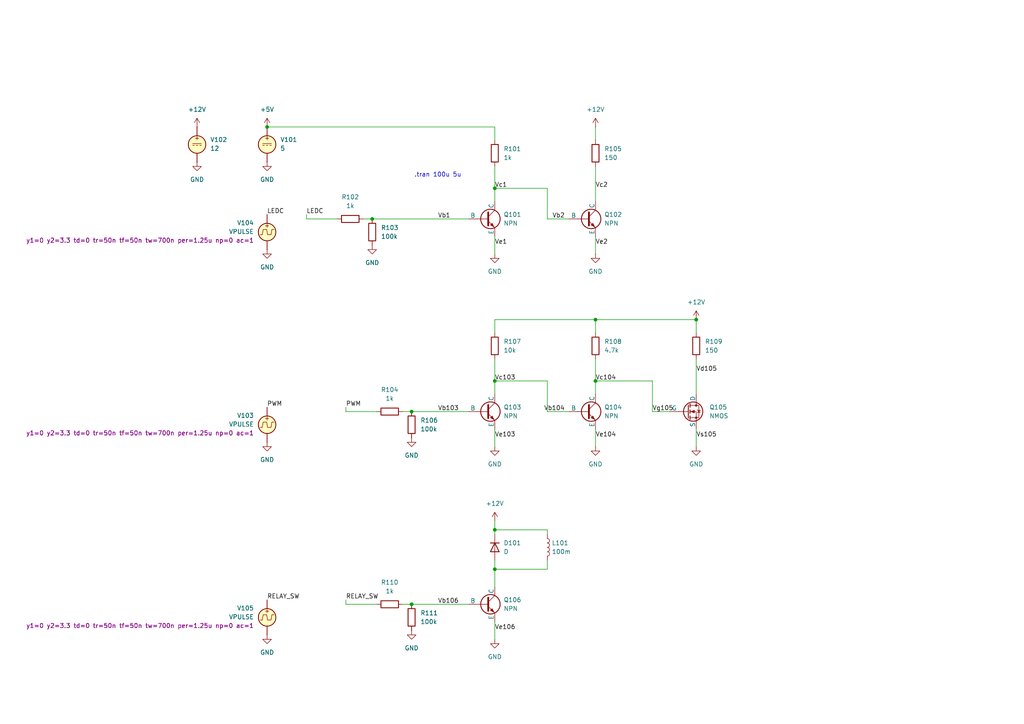
<source format=kicad_sch>
(kicad_sch (version 20231120) (generator "eeschema") (generator_version "8.0")
  (paper "A4")
  (lib_symbols
    (symbol "Device:D" (pin_numbers hide) (pin_names (offset 1.016) hide)
      (property "Reference" "D" (at 0 2.54 0))
      (property "Value" "D" (at 0 -2.54 0))
      (symbol "D_0_1"
        (polyline (pts (xy -1.27 1.27) (xy -1.27 -1.27)) (stroke (width 0.254)))
        (polyline (pts (xy 1.27 0) (xy -1.27 0)))
        (polyline (pts (xy 1.27 1.27) (xy 1.27 -1.27) (xy -1.27 0) (xy 1.27 1.27)) (stroke (width 0.254)))
      )
      (symbol "D_1_1"
        (pin passive line (at -3.81 0 0) (length 2.54) (name "K") (number "1"))
        (pin passive line (at 3.81 0 180) (length 2.54) (name "A") (number "2"))
      )
    )
    (symbol "Device:L" (pin_numbers hide) (pin_names (offset 1.016) hide)
      (property "Reference" "L" (at -1.27 0 90))
      (property "Value" "L" (at 1.905 0 90))
      (symbol "L_0_1"
        (arc (start 0 -2.54) (mid 0.6323 -1.905) (end 0 -1.27))
        (arc (start 0 -1.27) (mid 0.6323 -0.635) (end 0 0))
        (arc (start 0 0) (mid 0.6323 0.635) (end 0 1.27))
        (arc (start 0 1.27) (mid 0.6323 1.905) (end 0 2.54))
      )
      (symbol "L_1_1"
        (pin passive line (at 0 3.81 270) (length 1.27) (name "1") (number "1"))
        (pin passive line (at 0 -3.81 90) (length 1.27) (name "2") (number "2"))
      )
    )
    (symbol "Device:R" (pin_numbers hide) (pin_names (offset 0))
      (property "Reference" "R" (at 2.032 0 90))
      (property "Value" "R" (at 0 0 90))
      (symbol "R_0_1"
        (rectangle (start -1.016 -2.54) (end 1.016 2.54) (stroke (width 0.254)))
      )
      (symbol "R_1_1"
        (pin passive line (at 0 3.81 270) (length 1.27) (name "~") (number "1"))
        (pin passive line (at 0 -3.81 90) (length 1.27) (name "~") (number "2"))
      )
    )
    (symbol "Simulation_SPICE:NMOS" (pin_numbers hide) (pin_names (offset 0))
      (property "Reference" "Q" (at 5.08 1.27 0))
      (property "Value" "NMOS" (at 5.08 -1.27 0))
      (symbol "NMOS_0_1"
        (polyline (pts (xy 0.254 0) (xy -2.54 0)))
        (polyline (pts (xy 0.254 1.905) (xy 0.254 -1.905)) (stroke (width 0.254)))
        (polyline (pts (xy 0.762 -1.27) (xy 0.762 -2.286)) (stroke (width 0.254)))
        (polyline (pts (xy 0.762 0.508) (xy 0.762 -0.508)) (stroke (width 0.254)))
        (polyline (pts (xy 0.762 2.286) (xy 0.762 1.27)) (stroke (width 0.254)))
        (polyline (pts (xy 2.54 2.54) (xy 2.54 1.778)))
        (polyline (pts (xy 2.54 -2.54) (xy 2.54 0) (xy 0.762 0)))
        (polyline (pts (xy 0.762 -1.778) (xy 3.302 -1.778) (xy 3.302 1.778) (xy 0.762 1.778)))
        (polyline (pts (xy 1.016 0) (xy 2.032 0.381) (xy 2.032 -0.381) (xy 1.016 0)) (fill (type outline)))
        (polyline (pts (xy 2.794 0.508) (xy 2.921 0.381) (xy 3.683 0.381) (xy 3.81 0.254)))
        (polyline (pts (xy 3.302 0.381) (xy 2.921 -0.254) (xy 3.683 -0.254) (xy 3.302 0.381)))
        (circle (center 1.651 0) (radius 2.794) (stroke (width 0.254)))
        (circle (center 2.54 -1.778) (radius 0.254) (fill (type outline)))
        (circle (center 2.54 1.778) (radius 0.254) (fill (type outline)))
      )
      (symbol "NMOS_1_1"
        (pin passive line (at 2.54 5.08 270) (length 2.54) (name "D") (number "1"))
        (pin input line (at -5.08 0 0) (length 2.54) (name "G") (number "2"))
        (pin passive line (at 2.54 -5.08 90) (length 2.54) (name "S") (number "3"))
      )
    )
    (symbol "Simulation_SPICE:NPN" (pin_numbers hide) (pin_names (offset 0))
      (property "Reference" "Q" (at -2.54 7.62 0))
      (property "Value" "NPN" (at -2.54 5.08 0))
      (symbol "NPN_0_1"
        (polyline (pts (xy -2.54 0) (xy 0.635 0)) (stroke (width 0.1524)))
        (polyline (pts (xy 0.635 0.635) (xy 2.54 2.54)))
        (polyline (pts (xy 2.794 -1.27) (xy 2.794 -1.27)) (stroke (width 0.1524)))
        (polyline (pts (xy 2.794 -1.27) (xy 2.794 -1.27)) (stroke (width 0.1524)))
        (polyline (pts (xy 0.635 -0.635) (xy 2.54 -2.54) (xy 2.54 -2.54)))
        (polyline (pts (xy 0.635 1.905) (xy 0.635 -1.905) (xy 0.635 -1.905)) (stroke (width 0.508)))
        (polyline (pts (xy 1.27 -1.778) (xy 1.778 -1.27) (xy 2.286 -2.286) (xy 1.27 -1.778) (xy 1.27 -1.778)) (fill (type outline)))
        (circle (center 1.27 0) (radius 2.8194) (stroke (width 0.254)))
      )
      (symbol "NPN_1_1"
        (pin open_collector line (at 2.54 5.08 270) (length 2.54) (name "C") (number "1"))
        (pin input line (at -5.08 0 0) (length 2.54) (name "B") (number "2"))
        (pin open_emitter line (at 2.54 -5.08 90) (length 2.54) (name "E") (number "3"))
      )
    )
    (symbol "Simulation_SPICE:VDC" (pin_numbers hide) (pin_names (offset 0.0254))
      (property "Reference" "V" (at 2.54 2.54 0))
      (property "Value" "1" (at 2.54 0 0))
      (symbol "VDC_0_0"
        (polyline (pts (xy -1.27 0.254) (xy 1.27 0.254)))
        (polyline (pts (xy -0.762 -0.254) (xy -1.27 -0.254)))
        (polyline (pts (xy 0.254 -0.254) (xy -0.254 -0.254)))
        (polyline (pts (xy 1.27 -0.254) (xy 0.762 -0.254)))
        (text "+" (at 0 1.905 0) (effects (font (size 1.27 1.27))))
      )
      (symbol "VDC_0_1"
        (circle (center 0 0) (radius 2.54) (stroke (width 0.254)) (fill (type background)))
      )
      (symbol "VDC_1_1"
        (pin passive line (at 0 5.08 270) (length 2.54) (name "~") (number "1"))
        (pin passive line (at 0 -5.08 90) (length 2.54) (name "~") (number "2"))
      )
    )
    (symbol "Simulation_SPICE:VPULSE" (pin_numbers hide) (pin_names (offset 0.0254))
      (property "Reference" "V" (at 2.54 2.54 0))
      (property "Value" "VPULSE" (at 2.54 0 0))
      (property "Sim.Params" "y1=0 y2=1 td=2n tr=2n tf=2n tw=50n per=100n" (at 2.54 -2.54 0))
      (symbol "VPULSE_0_0"
        (polyline (pts (xy -2.032 -0.762) (xy -1.397 -0.762) (xy -1.143 0.762) (xy -0.127 0.762) (xy 0.127 -0.762) (xy 1.143 -0.762) (xy 1.397 0.762) (xy 2.032 0.762)))
        (text "+" (at 0 1.905 0) (effects (font (size 1.27 1.27))))
      )
      (symbol "VPULSE_0_1"
        (circle (center 0 0) (radius 2.54) (stroke (width 0.254)) (fill (type background)))
      )
      (symbol "VPULSE_1_1"
        (pin passive line (at 0 5.08 270) (length 2.54) (name "~") (number "1"))
        (pin passive line (at 0 -5.08 90) (length 2.54) (name "~") (number "2"))
      )
    )
    (symbol "power:+12V" (power) (pin_numbers hide) (pin_names (offset 0) hide)
      (property "Value" "+12V" (at 0 3.556 0))
      (symbol "+12V_0_1"
        (polyline (pts (xy -0.762 1.27) (xy 0 2.54)))
        (polyline (pts (xy 0 0) (xy 0 2.54)))
        (polyline (pts (xy 0 2.54) (xy 0.762 1.27)))
      )
      (symbol "+12V_1_1"
        (pin power_in line (at 0 0 90) (length 0) (name "~") (number "1"))
      )
    )
    (symbol "power:+5V" (power) (pin_numbers hide) (pin_names (offset 0) hide)
      (property "Value" "+5V" (at 0 3.556 0))
      (symbol "+5V_0_1"
        (polyline (pts (xy -0.762 1.27) (xy 0 2.54)))
        (polyline (pts (xy 0 0) (xy 0 2.54)))
        (polyline (pts (xy 0 2.54) (xy 0.762 1.27)))
      )
      (symbol "+5V_1_1"
        (pin power_in line (at 0 0 90) (length 0) (name "~") (number "1"))
      )
    )
    (symbol "power:GND" (power) (pin_numbers hide) (pin_names (offset 0) hide)
      (property "Value" "GND" (at 0 -3.81 0))
      (symbol "GND_0_1"
        (polyline (pts (xy 0 0) (xy 0 -1.27) (xy 1.27 -1.27) (xy 0 -2.54) (xy -1.27 -1.27) (xy 0 -1.27)))
      )
      (symbol "GND_1_1"
        (pin power_in line (at 0 0 270) (length 0) (name "~") (number "1"))
      )
    )
  )
  (junction (at 172.72 92.71))
  (junction (at 143.51 110.49))
  (junction (at 143.51 165.1))
  (junction (at 143.51 54.61))
  (junction (at 77.47 36.83))
  (junction (at 119.38 119.38))
  (junction (at 201.93 92.71))
  (junction (at 172.72 110.49))
  (junction (at 143.51 153.67))
  (junction (at 119.38 175.26))
  (junction (at 107.95 63.5))
  (wire (pts (xy 158.75 153.67) (xy 158.75 154.94)))
  (wire (pts (xy 172.72 36.83) (xy 172.72 40.64)))
  (wire (pts (xy 143.51 54.61) (xy 143.51 58.42)))
  (wire (pts (xy 143.51 104.14) (xy 143.51 110.49)))
  (wire (pts (xy 116.84 119.38) (xy 119.38 119.38)))
  (wire (pts (xy 143.51 48.26) (xy 143.51 54.61)))
  (wire (pts (xy 158.75 162.56) (xy 158.75 165.1)))
  (wire (pts (xy 105.41 63.5) (xy 107.95 63.5)))
  (wire (pts (xy 172.72 110.49) (xy 172.72 114.3)))
  (wire (pts (xy 172.72 73.66) (xy 172.72 68.58)))
  (wire (pts (xy 158.75 119.38) (xy 165.1 119.38)))
  (wire (pts (xy 143.51 151.13) (xy 143.51 153.67)))
  (wire (pts (xy 194.31 119.38) (xy 189.23 119.38)))
  (wire (pts (xy 158.75 165.1) (xy 143.51 165.1)))
  (wire (pts (xy 119.38 175.26) (xy 135.89 175.26)))
  (wire (pts (xy 201.93 104.14) (xy 201.93 114.3)))
  (wire (pts (xy 158.75 119.38) (xy 158.75 110.49)))
  (wire (pts (xy 143.51 110.49) (xy 143.51 114.3)))
  (wire (pts (xy 158.75 63.5) (xy 165.1 63.5)))
  (wire (pts (xy 201.93 129.54) (xy 201.93 124.46)))
  (wire (pts (xy 119.38 119.38) (xy 135.89 119.38)))
  (wire (pts (xy 172.72 129.54) (xy 172.72 124.46)))
  (wire (pts (xy 172.72 92.71) (xy 172.72 96.52)))
  (wire (pts (xy 88.9 63.5) (xy 97.79 63.5)))
  (wire (pts (xy 158.75 110.49) (xy 143.51 110.49)))
  (wire (pts (xy 143.51 162.56) (xy 143.51 165.1)))
  (wire (pts (xy 143.51 36.83) (xy 143.51 40.64)))
  (wire (pts (xy 172.72 48.26) (xy 172.72 58.42)))
  (wire (pts (xy 143.51 153.67) (xy 143.51 154.94)))
  (wire (pts (xy 100.33 175.26) (xy 109.22 175.26)))
  (wire (pts (xy 143.51 153.67) (xy 158.75 153.67)))
  (wire (pts (xy 143.51 185.42) (xy 143.51 180.34)))
  (wire (pts (xy 100.33 173.99) (xy 100.33 175.26)))
  (wire (pts (xy 143.51 73.66) (xy 143.51 68.58)))
  (wire (pts (xy 172.72 104.14) (xy 172.72 110.49)))
  (wire (pts (xy 189.23 119.38) (xy 189.23 110.49)))
  (wire (pts (xy 158.75 54.61) (xy 143.51 54.61)))
  (wire (pts (xy 107.95 63.5) (xy 135.89 63.5)))
  (wire (pts (xy 189.23 110.49) (xy 172.72 110.49)))
  (wire (pts (xy 158.75 63.5) (xy 158.75 54.61)))
  (wire (pts (xy 172.72 92.71) (xy 201.93 92.71)))
  (wire (pts (xy 116.84 175.26) (xy 119.38 175.26)))
  (wire (pts (xy 143.51 165.1) (xy 143.51 170.18)))
  (wire (pts (xy 201.93 92.71) (xy 201.93 96.52)))
  (wire (pts (xy 100.33 119.38) (xy 109.22 119.38)))
  (wire (pts (xy 172.72 92.71) (xy 143.51 92.71)))
  (wire (pts (xy 143.51 129.54) (xy 143.51 124.46)))
  (wire (pts (xy 100.33 118.11) (xy 100.33 119.38)))
  (wire (pts (xy 143.51 92.71) (xy 143.51 96.52)))
  (wire (pts (xy 77.47 36.83) (xy 143.51 36.83)))
  (wire (pts (xy 88.9 62.23) (xy 88.9 63.5)))
  (text ".tran 100u 5u" (at 127 50.8 0) (effects (font (size 1.27 1.27))))
  (label "Vs105" (at 201.93 127 0))
  (label "RELAY_SW" (at 100.33 173.99 0))
  (label "Vb104" (at 163.83 119.38 180))
  (label "PWM" (at 77.47 118.11 0))
  (label "Vc2" (at 172.72 54.61 0))
  (label "Vc1" (at 143.51 54.61 0))
  (label "Vg105" (at 189.23 119.38 0))
  (label "RELAY_SW" (at 77.47 173.99 0))
  (label "Vc103" (at 143.51 110.49 0))
  (label "Ve103" (at 143.51 127 0))
  (label "Vb2" (at 163.83 63.5 180))
  (label "Vc104" (at 172.72 110.49 0))
  (label "Vb1" (at 127 63.5 0))
  (label "Vd105" (at 201.93 107.95 0))
  (label "PWM" (at 100.33 118.11 0))
  (label "Ve104" (at 172.72 127 0))
  (label "LEDC" (at 77.47 62.23 0))
  (label "Vb103" (at 127 119.38 0))
  (label "LEDC" (at 88.9 62.23 0))
  (label "Vb106" (at 127 175.26 0))
  (label "Ve1" (at 143.51 71.12 0))
  (label "Ve2" (at 172.72 71.12 0))
  (label "Ve106" (at 143.51 182.88 0))
  (symbol (lib_id "power:GND") (at 107.95 71.12 0) (unit 1)
    (property "Reference" "#PWR0105" (effects (hide yes)))
    (property "Value" "GND" (at 107.95 76.2 0))
    (property "Description" "Power symbol creates a global label with name \"GND\" , ground" (effects (hide yes)))
  )
  (symbol (lib_id "Simulation_SPICE:NPN") (at 170.18 119.38 0) (unit 1)
    (property "Reference" "Q104" (at 175.26 118.1099 0) (effects (justify left)))
    (property "Value" "NPN" (at 175.26 120.6499 0) (effects (justify left)))
    (property "Datasheet" "https://ngspice.sourceforge.io/docs/ngspice-html-manual/manual.xhtml#cha_BJTs" (effects (hide yes)))
    (property "Description" "Bipolar transistor symbol for simulation only, substrate tied to the emitter" (effects (hide yes)))
    (property "Sim.Device" "NPN" (effects (hide yes)))
    (property "Sim.Type" "GUMMELPOON" (effects (hide yes)))
    (property "Sim.Pins" "1=C 2=B 3=E" (effects (hide yes)))
  )
  (symbol (lib_id "power:GND") (at 143.51 185.42 0) (unit 1)
    (property "Reference" "#PWR0117" (effects (hide yes)))
    (property "Value" "GND" (at 143.51 190.5 0))
    (property "Description" "Power symbol creates a global label with name \"GND\" , ground" (effects (hide yes)))
  )
  (symbol (lib_id "Device:R") (at 119.38 179.07 180) (unit 1)
    (property "Reference" "R111" (at 121.92 177.7999 0) (effects (justify right)))
    (property "Value" "100k" (at 121.92 180.3399 0) (effects (justify right)))
    (property "Description" "Resistor" (effects (hide yes)))
  )
  (symbol (lib_id "Simulation_SPICE:VPULSE") (at 77.47 67.31 0) (unit 1)
    (property "Reference" "V104" (at 73.66 64.6401 0) (effects (justify right)))
    (property "Value" "VPULSE" (at 73.66 67.1801 0) (effects (justify right)))
    (property "Datasheet" "https://ngspice.sourceforge.io/docs/ngspice-html-manual/manual.xhtml#sec_Independent_Sources_for" (effects (hide yes)))
    (property "Description" "Voltage source, pulse" (effects (hide yes)))
    (property "Sim.Pins" "1=+ 2=-" (effects (hide yes)))
    (property "Sim.Type" "PULSE" (effects (hide yes)))
    (property "Sim.Device" "V" (effects (hide yes)))
    (property "Sim.Params" "y1=0 y2=3.3 td=0 tr=50n tf=50n tw=700n per=1.25u np=0 ac=1" (at 73.66 69.7201 0) (effects (justify right)))
  )
  (symbol (lib_id "Simulation_SPICE:NPN") (at 170.18 63.5 0) (unit 1)
    (property "Reference" "Q102" (at 175.26 62.2299 0) (effects (justify left)))
    (property "Value" "NPN" (at 175.26 64.7699 0) (effects (justify left)))
    (property "Datasheet" "https://ngspice.sourceforge.io/docs/ngspice-html-manual/manual.xhtml#cha_BJTs" (effects (hide yes)))
    (property "Description" "Bipolar transistor symbol for simulation only, substrate tied to the emitter" (effects (hide yes)))
    (property "Sim.Device" "NPN" (effects (hide yes)))
    (property "Sim.Type" "GUMMELPOON" (effects (hide yes)))
    (property "Sim.Pins" "1=C 2=B 3=E" (effects (hide yes)))
  )
  (symbol (lib_id "power:+5V") (at 77.47 36.83 0) (unit 1)
    (property "Reference" "#PWR0108" (effects (hide yes)))
    (property "Value" "+5V" (at 77.47 31.75 0))
    (property "Description" "Power symbol creates a global label with name \"+5V\"" (effects (hide yes)))
  )
  (symbol (lib_id "Simulation_SPICE:NPN") (at 140.97 119.38 0) (unit 1)
    (property "Reference" "Q103" (at 146.05 118.1099 0) (effects (justify left)))
    (property "Value" "NPN" (at 146.05 120.6499 0) (effects (justify left)))
    (property "Datasheet" "https://ngspice.sourceforge.io/docs/ngspice-html-manual/manual.xhtml#cha_BJTs" (effects (hide yes)))
    (property "Description" "Bipolar transistor symbol for simulation only, substrate tied to the emitter" (effects (hide yes)))
    (property "Sim.Device" "NPN" (effects (hide yes)))
    (property "Sim.Type" "GUMMELPOON" (effects (hide yes)))
    (property "Sim.Pins" "1=C 2=B 3=E" (effects (hide yes)))
  )
  (symbol (lib_id "power:GND") (at 119.38 127 0) (unit 1)
    (property "Reference" "#PWR0109" (effects (hide yes)))
    (property "Value" "GND" (at 119.38 132.08 0))
    (property "Description" "Power symbol creates a global label with name \"GND\" , ground" (effects (hide yes)))
  )
  (symbol (lib_id "Simulation_SPICE:VDC") (at 57.15 41.91 0) (unit 1)
    (property "Reference" "V102" (at 60.96 40.5101 0) (effects (justify left)))
    (property "Value" "12" (at 60.96 43.0501 0) (effects (justify left)))
    (property "Datasheet" "https://ngspice.sourceforge.io/docs/ngspice-html-manual/manual.xhtml#sec_Independent_Sources_for" (effects (hide yes)))
    (property "Description" "Voltage source, DC" (effects (hide yes)))
    (property "Sim.Pins" "1=+ 2=-" (effects (hide yes)))
    (property "Sim.Type" "DC" (effects (hide yes)))
    (property "Sim.Device" "V" (effects (hide yes)))
  )
  (symbol (lib_id "power:+12V") (at 143.51 151.13 0) (unit 1)
    (property "Reference" "#PWR0118" (effects (hide yes)))
    (property "Value" "+12V" (at 143.51 146.05 0))
    (property "Description" "Power symbol creates a global label with name \"+12V\"" (effects (hide yes)))
  )
  (symbol (lib_id "Device:R") (at 107.95 67.31 180) (unit 1)
    (property "Reference" "R103" (at 110.49 66.0399 0) (effects (justify right)))
    (property "Value" "100k" (at 110.49 68.5799 0) (effects (justify right)))
    (property "Description" "Resistor" (effects (hide yes)))
  )
  (symbol (lib_id "power:GND") (at 77.47 46.99 0) (unit 1)
    (property "Reference" "#PWR0104" (effects (hide yes)))
    (property "Value" "GND" (at 77.47 52.07 0))
    (property "Description" "Power symbol creates a global label with name \"GND\" , ground" (effects (hide yes)))
  )
  (symbol (lib_id "Device:R") (at 172.72 44.45 0) (unit 1)
    (property "Reference" "R105" (at 175.26 43.1799 0) (effects (justify left)))
    (property "Value" "150" (at 175.26 45.7199 0) (effects (justify left)))
    (property "Description" "Resistor" (effects (hide yes)))
  )
  (symbol (lib_id "Device:R") (at 143.51 100.33 0) (unit 1)
    (property "Reference" "R107" (at 146.05 99.0599 0) (effects (justify left)))
    (property "Value" "10k" (at 146.05 101.5999 0) (effects (justify left)))
    (property "Description" "Resistor" (effects (hide yes)))
  )
  (symbol (lib_id "Simulation_SPICE:VPULSE") (at 77.47 179.07 0) (unit 1)
    (property "Reference" "V105" (at 73.66 176.4001 0) (effects (justify right)))
    (property "Value" "VPULSE" (at 73.66 178.9401 0) (effects (justify right)))
    (property "Datasheet" "https://ngspice.sourceforge.io/docs/ngspice-html-manual/manual.xhtml#sec_Independent_Sources_for" (effects (hide yes)))
    (property "Description" "Voltage source, pulse" (effects (hide yes)))
    (property "Sim.Pins" "1=+ 2=-" (effects (hide yes)))
    (property "Sim.Type" "PULSE" (effects (hide yes)))
    (property "Sim.Device" "V" (effects (hide yes)))
    (property "Sim.Params" "y1=0 y2=3.3 td=0 tr=50n tf=50n tw=700n per=1.25u np=0 ac=1" (at 73.66 181.4801 0) (effects (justify right)))
  )
  (symbol (lib_id "power:+12V") (at 57.15 36.83 0) (unit 1)
    (property "Reference" "#PWR0102" (effects (hide yes)))
    (property "Value" "+12V" (at 57.15 31.75 0))
    (property "Description" "Power symbol creates a global label with name \"+12V\"" (effects (hide yes)))
  )
  (symbol (lib_id "power:GND") (at 172.72 129.54 0) (unit 1)
    (property "Reference" "#PWR0113" (effects (hide yes)))
    (property "Value" "GND" (at 172.72 134.62 0))
    (property "Description" "Power symbol creates a global label with name \"GND\" , ground" (effects (hide yes)))
  )
  (symbol (lib_id "Device:R") (at 201.93 100.33 0) (unit 1)
    (property "Reference" "R109" (at 204.47 99.0599 0) (effects (justify left)))
    (property "Value" "150" (at 204.47 101.5999 0) (effects (justify left)))
    (property "Description" "Resistor" (effects (hide yes)))
  )
  (symbol (lib_id "Device:R") (at 113.03 175.26 90) (unit 1)
    (property "Reference" "R110" (at 113.03 168.91 90))
    (property "Value" "1k" (at 113.03 171.45 90))
    (property "Description" "Resistor" (effects (hide yes)))
  )
  (symbol (lib_id "Device:R") (at 143.51 44.45 0) (unit 1)
    (property "Reference" "R101" (at 146.05 43.1799 0) (effects (justify left)))
    (property "Value" "1k" (at 146.05 45.7199 0) (effects (justify left)))
    (property "Description" "Resistor" (effects (hide yes)))
  )
  (symbol (lib_id "Device:R") (at 119.38 123.19 180) (unit 1)
    (property "Reference" "R106" (at 121.92 121.9199 0) (effects (justify right)))
    (property "Value" "100k" (at 121.92 124.4599 0) (effects (justify right)))
    (property "Description" "Resistor" (effects (hide yes)))
  )
  (symbol (lib_id "Device:R") (at 113.03 119.38 90) (unit 1)
    (property "Reference" "R104" (at 113.03 113.03 90))
    (property "Value" "1k" (at 113.03 115.57 90))
    (property "Description" "Resistor" (effects (hide yes)))
  )
  (symbol (lib_id "Device:R") (at 101.6 63.5 90) (unit 1)
    (property "Reference" "R102" (at 101.6 57.15 90))
    (property "Value" "1k" (at 101.6 59.69 90))
    (property "Description" "Resistor" (effects (hide yes)))
  )
  (symbol (lib_id "power:GND") (at 143.51 73.66 0) (unit 1)
    (property "Reference" "#PWR0101" (effects (hide yes)))
    (property "Value" "GND" (at 143.51 78.74 0))
    (property "Description" "Power symbol creates a global label with name \"GND\" , ground" (effects (hide yes)))
  )
  (symbol (lib_id "Simulation_SPICE:VPULSE") (at 77.47 123.19 0) (unit 1)
    (property "Reference" "V103" (at 73.66 120.5201 0) (effects (justify right)))
    (property "Value" "VPULSE" (at 73.66 123.0601 0) (effects (justify right)))
    (property "Datasheet" "https://ngspice.sourceforge.io/docs/ngspice-html-manual/manual.xhtml#sec_Independent_Sources_for" (effects (hide yes)))
    (property "Description" "Voltage source, pulse" (effects (hide yes)))
    (property "Sim.Pins" "1=+ 2=-" (effects (hide yes)))
    (property "Sim.Type" "PULSE" (effects (hide yes)))
    (property "Sim.Device" "V" (effects (hide yes)))
    (property "Sim.Params" "y1=0 y2=3.3 td=0 tr=50n tf=50n tw=700n per=1.25u np=0 ac=1" (at 73.66 125.6001 0) (effects (justify right)))
  )
  (symbol (lib_id "power:GND") (at 201.93 129.54 0) (unit 1)
    (property "Reference" "#PWR0112" (effects (hide yes)))
    (property "Value" "GND" (at 201.93 134.62 0))
    (property "Description" "Power symbol creates a global label with name \"GND\" , ground" (effects (hide yes)))
  )
  (symbol (lib_id "Simulation_SPICE:NPN") (at 140.97 175.26 0) (unit 1)
    (property "Reference" "Q106" (at 146.05 173.9899 0) (effects (justify left)))
    (property "Value" "NPN" (at 146.05 176.5299 0) (effects (justify left)))
    (property "Datasheet" "https://ngspice.sourceforge.io/docs/ngspice-html-manual/manual.xhtml#cha_BJTs" (effects (hide yes)))
    (property "Description" "Bipolar transistor symbol for simulation only, substrate tied to the emitter" (effects (hide yes)))
    (property "Sim.Device" "NPN" (effects (hide yes)))
    (property "Sim.Type" "GUMMELPOON" (effects (hide yes)))
    (property "Sim.Pins" "1=C 2=B 3=E" (effects (hide yes)))
  )
  (symbol (lib_id "Device:D") (at 143.51 158.75 270) (unit 1)
    (property "Reference" "D101" (at 146.05 157.4799 90) (effects (justify left)))
    (property "Value" "D" (at 146.05 160.0199 90) (effects (justify left)))
    (property "Description" "Diode" (effects (hide yes)))
    (property "Sim.Device" "D" (effects (hide yes)))
    (property "Sim.Pins" "1=K 2=A" (effects (hide yes)))
  )
  (symbol (lib_id "Simulation_SPICE:VDC") (at 77.47 41.91 0) (unit 1)
    (property "Reference" "V101" (at 81.28 40.5101 0) (effects (justify left)))
    (property "Value" "5" (at 81.28 43.0501 0) (effects (justify left)))
    (property "Datasheet" "https://ngspice.sourceforge.io/docs/ngspice-html-manual/manual.xhtml#sec_Independent_Sources_for" (effects (hide yes)))
    (property "Description" "Voltage source, DC" (effects (hide yes)))
    (property "Sim.Pins" "1=+ 2=-" (effects (hide yes)))
    (property "Sim.Type" "DC" (effects (hide yes)))
    (property "Sim.Device" "V" (effects (hide yes)))
  )
  (symbol (lib_id "power:GND") (at 77.47 128.27 0) (unit 1)
    (property "Reference" "#PWR0114" (effects (hide yes)))
    (property "Value" "GND" (at 77.47 133.35 0))
    (property "Description" "Power symbol creates a global label with name \"GND\" , ground" (effects (hide yes)))
  )
  (symbol (lib_id "Simulation_SPICE:NMOS") (at 199.39 119.38 0) (unit 1)
    (property "Reference" "Q105" (at 205.74 118.1099 0) (effects (justify left)))
    (property "Value" "NMOS" (at 205.74 120.6499 0) (effects (justify left)))
    (property "Datasheet" "https://ngspice.sourceforge.io/docs/ngspice-html-manual/manual.xhtml#cha_MOSFETs" (effects (hide yes)))
    (property "Description" "N-MOSFET transistor, drain/source/gate" (effects (hide yes)))
    (property "Sim.Device" "NMOS" (effects (hide yes)))
    (property "Sim.Type" "VDMOS" (effects (hide yes)))
    (property "Sim.Pins" "1=D 2=G 3=S" (effects (hide yes)))
  )
  (symbol (lib_id "power:GND") (at 143.51 129.54 0) (unit 1)
    (property "Reference" "#PWR0111" (effects (hide yes)))
    (property "Value" "GND" (at 143.51 134.62 0))
    (property "Description" "Power symbol creates a global label with name \"GND\" , ground" (effects (hide yes)))
  )
  (symbol (lib_id "Device:R") (at 172.72 100.33 0) (unit 1)
    (property "Reference" "R108" (at 175.26 99.0599 0) (effects (justify left)))
    (property "Value" "4.7k" (at 175.26 101.5999 0) (effects (justify left)))
    (property "Description" "Resistor" (effects (hide yes)))
  )
  (symbol (lib_id "Device:L") (at 158.75 158.75 0) (unit 1)
    (property "Reference" "L101" (at 160.02 157.4799 0) (effects (justify left)))
    (property "Value" "100m" (at 160.02 160.0199 0) (effects (justify left)))
    (property "Description" "Inductor" (effects (hide yes)))
  )
  (symbol (lib_id "power:+12V") (at 172.72 36.83 0) (unit 1)
    (property "Reference" "#PWR0103" (effects (hide yes)))
    (property "Value" "+12V" (at 172.72 31.75 0))
    (property "Description" "Power symbol creates a global label with name \"+12V\"" (effects (hide yes)))
  )
  (symbol (lib_id "power:+12V") (at 201.93 92.71 0) (unit 1)
    (property "Reference" "#PWR0115" (effects (hide yes)))
    (property "Value" "+12V" (at 201.93 87.63 0))
    (property "Description" "Power symbol creates a global label with name \"+12V\"" (effects (hide yes)))
  )
  (symbol (lib_id "power:GND") (at 77.47 72.39 0) (unit 1)
    (property "Reference" "#PWR0106" (effects (hide yes)))
    (property "Value" "GND" (at 77.47 77.47 0))
    (property "Description" "Power symbol creates a global label with name \"GND\" , ground" (effects (hide yes)))
  )
  (symbol (lib_id "power:GND") (at 57.15 46.99 0) (unit 1)
    (property "Reference" "#PWR0110" (effects (hide yes)))
    (property "Value" "GND" (at 57.15 52.07 0))
    (property "Description" "Power symbol creates a global label with name \"GND\" , ground" (effects (hide yes)))
  )
  (symbol (lib_id "power:GND") (at 77.47 184.15 0) (unit 1)
    (property "Reference" "#PWR0119" (effects (hide yes)))
    (property "Value" "GND" (at 77.47 189.23 0))
    (property "Description" "Power symbol creates a global label with name \"GND\" , ground" (effects (hide yes)))
  )
  (symbol (lib_id "power:GND") (at 119.38 182.88 0) (unit 1)
    (property "Reference" "#PWR0116" (effects (hide yes)))
    (property "Value" "GND" (at 119.38 187.96 0))
    (property "Description" "Power symbol creates a global label with name \"GND\" , ground" (effects (hide yes)))
  )
  (symbol (lib_id "power:GND") (at 172.72 73.66 0) (unit 1)
    (property "Reference" "#PWR0107" (effects (hide yes)))
    (property "Value" "GND" (at 172.72 78.74 0))
    (property "Description" "Power symbol creates a global label with name \"GND\" , ground" (effects (hide yes)))
  )
  (symbol (lib_id "Simulation_SPICE:NPN") (at 140.97 63.5 0) (unit 1)
    (property "Reference" "Q101" (at 146.05 62.2299 0) (effects (justify left)))
    (property "Value" "NPN" (at 146.05 64.7699 0) (effects (justify left)))
    (property "Datasheet" "https://ngspice.sourceforge.io/docs/ngspice-html-manual/manual.xhtml#cha_BJTs" (effects (hide yes)))
    (property "Description" "Bipolar transistor symbol for simulation only, substrate tied to the emitter" (effects (hide yes)))
    (property "Sim.Device" "NPN" (effects (hide yes)))
    (property "Sim.Type" "GUMMELPOON" (effects (hide yes)))
    (property "Sim.Pins" "1=C 2=B 3=E" (effects (hide yes)))
  )
)
</source>
